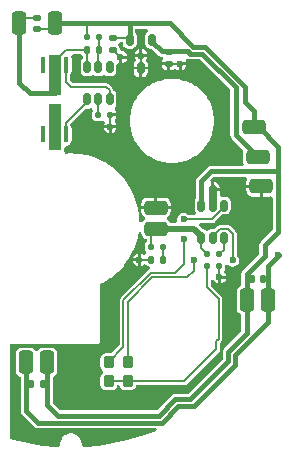
<source format=gtl>
G04*
G04 #@! TF.GenerationSoftware,Altium Limited,Altium Designer,20.0.13 (296)*
G04*
G04 Layer_Physical_Order=1*
G04 Layer_Color=255*
%FSLAX25Y25*%
%MOIN*%
G70*
G01*
G75*
%ADD12C,0.00591*%
%ADD13C,0.00787*%
G04:AMPARAMS|DCode=14|XSize=21.65mil|YSize=21.65mil|CornerRadius=5.41mil|HoleSize=0mil|Usage=FLASHONLY|Rotation=180.000|XOffset=0mil|YOffset=0mil|HoleType=Round|Shape=RoundedRectangle|*
%AMROUNDEDRECTD14*
21,1,0.02165,0.01083,0,0,180.0*
21,1,0.01083,0.02165,0,0,180.0*
1,1,0.01083,-0.00541,0.00541*
1,1,0.01083,0.00541,0.00541*
1,1,0.01083,0.00541,-0.00541*
1,1,0.01083,-0.00541,-0.00541*
%
%ADD14ROUNDEDRECTD14*%
G04:AMPARAMS|DCode=15|XSize=25.59mil|YSize=21.65mil|CornerRadius=5.41mil|HoleSize=0mil|Usage=FLASHONLY|Rotation=270.000|XOffset=0mil|YOffset=0mil|HoleType=Round|Shape=RoundedRectangle|*
%AMROUNDEDRECTD15*
21,1,0.02559,0.01083,0,0,270.0*
21,1,0.01476,0.02165,0,0,270.0*
1,1,0.01083,-0.00541,-0.00738*
1,1,0.01083,-0.00541,0.00738*
1,1,0.01083,0.00541,0.00738*
1,1,0.01083,0.00541,-0.00738*
%
%ADD15ROUNDEDRECTD15*%
G04:AMPARAMS|DCode=16|XSize=21.65mil|YSize=21.65mil|CornerRadius=5.41mil|HoleSize=0mil|Usage=FLASHONLY|Rotation=270.000|XOffset=0mil|YOffset=0mil|HoleType=Round|Shape=RoundedRectangle|*
%AMROUNDEDRECTD16*
21,1,0.02165,0.01083,0,0,270.0*
21,1,0.01083,0.02165,0,0,270.0*
1,1,0.01083,-0.00541,-0.00541*
1,1,0.01083,-0.00541,0.00541*
1,1,0.01083,0.00541,0.00541*
1,1,0.01083,0.00541,-0.00541*
%
%ADD16ROUNDEDRECTD16*%
G04:AMPARAMS|DCode=17|XSize=25.59mil|YSize=37.4mil|CornerRadius=6.4mil|HoleSize=0mil|Usage=FLASHONLY|Rotation=0.000|XOffset=0mil|YOffset=0mil|HoleType=Round|Shape=RoundedRectangle|*
%AMROUNDEDRECTD17*
21,1,0.02559,0.02461,0,0,0.0*
21,1,0.01280,0.03740,0,0,0.0*
1,1,0.01280,0.00640,-0.01230*
1,1,0.01280,-0.00640,-0.01230*
1,1,0.01280,-0.00640,0.01230*
1,1,0.01280,0.00640,0.01230*
%
%ADD17ROUNDEDRECTD17*%
G04:AMPARAMS|DCode=18|XSize=23.62mil|YSize=41.34mil|CornerRadius=5.91mil|HoleSize=0mil|Usage=FLASHONLY|Rotation=180.000|XOffset=0mil|YOffset=0mil|HoleType=Round|Shape=RoundedRectangle|*
%AMROUNDEDRECTD18*
21,1,0.02362,0.02953,0,0,180.0*
21,1,0.01181,0.04134,0,0,180.0*
1,1,0.01181,-0.00591,0.01476*
1,1,0.01181,0.00591,0.01476*
1,1,0.01181,0.00591,-0.01476*
1,1,0.01181,-0.00591,-0.01476*
%
%ADD18ROUNDEDRECTD18*%
G04:AMPARAMS|DCode=19|XSize=35.43mil|YSize=39.37mil|CornerRadius=8.86mil|HoleSize=0mil|Usage=FLASHONLY|Rotation=180.000|XOffset=0mil|YOffset=0mil|HoleType=Round|Shape=RoundedRectangle|*
%AMROUNDEDRECTD19*
21,1,0.03543,0.02165,0,0,180.0*
21,1,0.01772,0.03937,0,0,180.0*
1,1,0.01772,-0.00886,0.01083*
1,1,0.01772,0.00886,0.01083*
1,1,0.01772,0.00886,-0.01083*
1,1,0.01772,-0.00886,-0.01083*
%
%ADD19ROUNDEDRECTD19*%
G04:AMPARAMS|DCode=20|XSize=25.59mil|YSize=21.65mil|CornerRadius=5.41mil|HoleSize=0mil|Usage=FLASHONLY|Rotation=180.000|XOffset=0mil|YOffset=0mil|HoleType=Round|Shape=RoundedRectangle|*
%AMROUNDEDRECTD20*
21,1,0.02559,0.01083,0,0,180.0*
21,1,0.01476,0.02165,0,0,180.0*
1,1,0.01083,-0.00738,0.00541*
1,1,0.01083,0.00738,0.00541*
1,1,0.01083,0.00738,-0.00541*
1,1,0.01083,-0.00738,-0.00541*
%
%ADD20ROUNDEDRECTD20*%
%ADD21O,0.01575X0.05512*%
G04:AMPARAMS|DCode=22|XSize=25.59mil|YSize=39.37mil|CornerRadius=6.4mil|HoleSize=0mil|Usage=FLASHONLY|Rotation=0.000|XOffset=0mil|YOffset=0mil|HoleType=Round|Shape=RoundedRectangle|*
%AMROUNDEDRECTD22*
21,1,0.02559,0.02657,0,0,0.0*
21,1,0.01280,0.03937,0,0,0.0*
1,1,0.01280,0.00640,-0.01329*
1,1,0.01280,-0.00640,-0.01329*
1,1,0.01280,-0.00640,0.01329*
1,1,0.01280,0.00640,0.01329*
%
%ADD22ROUNDEDRECTD22*%
%ADD34C,0.01575*%
%ADD35C,0.02559*%
%ADD36C,0.01968*%
%ADD37R,0.04134X0.13583*%
%ADD38R,0.04134X0.15748*%
G04:AMPARAMS|DCode=39|XSize=78.74mil|YSize=47.24mil|CornerRadius=11.81mil|HoleSize=0mil|Usage=FLASHONLY|Rotation=180.000|XOffset=0mil|YOffset=0mil|HoleType=Round|Shape=RoundedRectangle|*
%AMROUNDEDRECTD39*
21,1,0.07874,0.02362,0,0,180.0*
21,1,0.05512,0.04724,0,0,180.0*
1,1,0.02362,-0.02756,0.01181*
1,1,0.02362,0.02756,0.01181*
1,1,0.02362,0.02756,-0.01181*
1,1,0.02362,-0.02756,-0.01181*
%
%ADD39ROUNDEDRECTD39*%
G04:AMPARAMS|DCode=40|XSize=78.74mil|YSize=47.24mil|CornerRadius=11.81mil|HoleSize=0mil|Usage=FLASHONLY|Rotation=90.000|XOffset=0mil|YOffset=0mil|HoleType=Round|Shape=RoundedRectangle|*
%AMROUNDEDRECTD40*
21,1,0.07874,0.02362,0,0,90.0*
21,1,0.05512,0.04724,0,0,90.0*
1,1,0.02362,0.01181,0.02756*
1,1,0.02362,0.01181,-0.02756*
1,1,0.02362,-0.01181,-0.02756*
1,1,0.02362,-0.01181,0.02756*
%
%ADD40ROUNDEDRECTD40*%
%ADD41C,0.02165*%
%ADD42C,0.02756*%
%ADD43C,0.02362*%
G36*
X25742Y63605D02*
X25735Y63548D01*
X25256Y63228D01*
X24897Y62691D01*
X24771Y62057D01*
Y59400D01*
X24897Y58766D01*
X25256Y58229D01*
X25793Y57870D01*
X26427Y57744D01*
X26808D01*
X28939Y55612D01*
X29525Y55221D01*
X30217Y55083D01*
X30596D01*
X30839Y54631D01*
Y54299D01*
X30502Y53794D01*
X30384Y53199D01*
Y53150D01*
X32677D01*
Y52658D01*
X33169D01*
Y50561D01*
X33415D01*
X34011Y50679D01*
X34133Y50761D01*
X34856Y51096D01*
X35572Y50618D01*
X35925Y50548D01*
Y52658D01*
X36417D01*
Y53150D01*
X38527D01*
X38457Y53502D01*
X38334Y53686D01*
X38323Y53736D01*
X38682Y54584D01*
X38778Y54601D01*
X39177Y54335D01*
X39868Y54198D01*
X43057D01*
X53115Y44140D01*
Y28937D01*
X53252Y28246D01*
X53644Y27660D01*
X57495Y23808D01*
X57409Y23679D01*
X57241Y22835D01*
Y20472D01*
X57409Y19628D01*
X57545Y19424D01*
X57124Y18637D01*
X46752D01*
X46061Y18500D01*
X45475Y18108D01*
X42227Y14860D01*
X41835Y14274D01*
X41698Y13583D01*
Y7817D01*
X41693Y7815D01*
X41334Y7277D01*
X41208Y6644D01*
Y4183D01*
X41334Y3549D01*
X41693Y3012D01*
X41745Y2978D01*
X41506Y2190D01*
X39331D01*
X39160Y2447D01*
X38443Y2926D01*
X37598Y3094D01*
X36754Y2926D01*
X36037Y2447D01*
X35559Y1731D01*
X35391Y886D01*
X35481Y432D01*
X34949Y-355D01*
X33146D01*
X33142Y-336D01*
X32664Y380D01*
X32119Y744D01*
X32059Y1011D01*
Y1351D01*
X32119Y1619D01*
X32664Y1982D01*
X33142Y2698D01*
X33310Y3543D01*
Y4232D01*
X28346D01*
X23383D01*
Y3543D01*
X23551Y2698D01*
X24029Y1982D01*
X24574Y1619D01*
X24634Y1351D01*
Y1011D01*
X24574Y744D01*
X24029Y380D01*
X23637Y-208D01*
X23075Y-169D01*
X22842Y-87D01*
X22707Y2600D01*
X22687Y2679D01*
X22688Y2761D01*
X22154Y5619D01*
X22123Y5695D01*
X22113Y5776D01*
X21201Y8537D01*
X21161Y8608D01*
X21140Y8687D01*
X19866Y11301D01*
X19816Y11366D01*
X19785Y11441D01*
X18172Y13861D01*
X18115Y13919D01*
X18074Y13989D01*
X16151Y16171D01*
X16086Y16220D01*
X16036Y16285D01*
X13838Y18189D01*
X13768Y18230D01*
X13710Y18287D01*
X11276Y19880D01*
X11201Y19910D01*
X11135Y19959D01*
X8511Y21211D01*
X8432Y21231D01*
X8360Y21271D01*
X5592Y22161D01*
X5511Y22170D01*
X5435Y22200D01*
X2572Y22710D01*
X2490Y22708D01*
X2411Y22728D01*
X-494Y22850D01*
X-575Y22837D01*
X-656Y22846D01*
X-1701Y22749D01*
X-1871Y22884D01*
X-2271Y23487D01*
X-2245Y23622D01*
Y24709D01*
X-1476Y25359D01*
X-785Y25497D01*
X-199Y25888D01*
X192Y26474D01*
X330Y27165D01*
Y31102D01*
X192Y31794D01*
X-172Y32339D01*
Y32531D01*
X5062Y37764D01*
X6004D01*
X6618Y37887D01*
X6733Y37963D01*
X7004Y37819D01*
X7016Y37806D01*
X7225Y36841D01*
X7175Y36766D01*
X7057Y36171D01*
Y35089D01*
X7175Y34493D01*
X7512Y33989D01*
X8017Y33652D01*
X8612Y33533D01*
X9695D01*
X10290Y33652D01*
X10554Y33828D01*
X11165Y33624D01*
X11371Y33018D01*
X11051Y32538D01*
X10981Y32185D01*
X15200D01*
X15130Y32538D01*
X14652Y33254D01*
X14677Y33488D01*
X14797Y34087D01*
X15069Y34493D01*
X15187Y35089D01*
Y35138D01*
X13091D01*
Y36122D01*
X15187D01*
Y36171D01*
X15069Y36766D01*
X14732Y37271D01*
X14663Y37317D01*
X14620Y38235D01*
X14968Y38756D01*
X15090Y39370D01*
Y42323D01*
X14968Y42937D01*
X14620Y43458D01*
X14198Y43740D01*
Y43799D01*
X14099Y44298D01*
X13816Y44722D01*
X12733Y45804D01*
X12310Y46087D01*
X11811Y46187D01*
X639D01*
X-172Y46997D01*
Y49157D01*
X192Y49702D01*
X330Y50394D01*
Y54331D01*
X192Y55022D01*
X146Y55091D01*
X567Y55879D01*
X3384D01*
X3674Y55445D01*
X3959Y55255D01*
Y54466D01*
X3687Y54285D01*
X3339Y53764D01*
X3217Y53150D01*
Y50197D01*
X3339Y49582D01*
X3687Y49062D01*
X4208Y48713D01*
X4823Y48591D01*
X6004D01*
X6618Y48713D01*
X7139Y49062D01*
X7428D01*
X7948Y48713D01*
X8563Y48591D01*
X9744D01*
X10358Y48713D01*
X10879Y49062D01*
X11168D01*
X11689Y48713D01*
X12303Y48591D01*
X13484D01*
X14099Y48713D01*
X14620Y49062D01*
X14968Y49582D01*
X15090Y50197D01*
Y52336D01*
X15293Y52521D01*
X15877Y52844D01*
X16043Y52811D01*
Y54921D01*
X16535D01*
Y55413D01*
X18645D01*
X18575Y55766D01*
X18097Y56482D01*
X17380Y56961D01*
X16535Y57129D01*
X16260Y57877D01*
X16152Y58420D01*
X15814Y58925D01*
Y59093D01*
X16504Y59816D01*
X17291D01*
Y59400D01*
X17417Y58766D01*
X17776Y58229D01*
X18313Y57870D01*
X18947Y57744D01*
X20226D01*
X20860Y57870D01*
X21397Y58229D01*
X21756Y58766D01*
X21882Y59400D01*
Y62057D01*
X21756Y62691D01*
X21397Y63228D01*
X21393Y63231D01*
Y64335D01*
X25261D01*
X25742Y63605D01*
D02*
G37*
G36*
X58857Y14237D02*
X58590Y13837D01*
X58422Y12992D01*
Y12303D01*
X63386D01*
Y11811D01*
X63878D01*
Y8422D01*
X66142D01*
X66599Y8513D01*
X67387Y7982D01*
Y-2500D01*
X63290Y-6597D01*
X62898Y-7183D01*
X62761Y-7874D01*
Y-10669D01*
X57384Y-16046D01*
X56993Y-16632D01*
X56855Y-17323D01*
Y-21145D01*
X56635Y-21189D01*
X55919Y-21667D01*
X55441Y-22384D01*
X55273Y-23228D01*
Y-28740D01*
X55441Y-29585D01*
X55919Y-30301D01*
X56635Y-30780D01*
X56855Y-30824D01*
Y-36462D01*
X51085Y-42232D01*
X50693Y-42818D01*
X50556Y-43510D01*
Y-45709D01*
X39016Y-57249D01*
X34848D01*
X34157Y-57386D01*
X33571Y-57778D01*
X28588Y-62761D01*
X-3582D01*
X-6068Y-60275D01*
Y-51690D01*
X-5848Y-51646D01*
X-5132Y-51167D01*
X-4653Y-50451D01*
X-4485Y-49606D01*
Y-44094D01*
X-4653Y-43250D01*
X-5132Y-42533D01*
X-5848Y-42055D01*
X-6693Y-41887D01*
X-9055D01*
X-9900Y-42055D01*
X-10616Y-42533D01*
X-10980Y-43077D01*
X-11247Y-43138D01*
X-11588D01*
X-11855Y-43077D01*
X-12218Y-42533D01*
X-12935Y-42055D01*
X-13780Y-41887D01*
X-16142D01*
X-16987Y-42055D01*
X-17703Y-42533D01*
X-18181Y-43250D01*
X-18350Y-44094D01*
Y-49606D01*
X-18181Y-50451D01*
X-17703Y-51167D01*
X-16987Y-51646D01*
X-16767Y-51690D01*
Y-62992D01*
X-16630Y-63683D01*
X-16238Y-64269D01*
X-12301Y-68206D01*
X-11715Y-68598D01*
X-11024Y-68735D01*
X28462D01*
X28625Y-69523D01*
X27669Y-69937D01*
X23220Y-71537D01*
X18679Y-72854D01*
X14065Y-73884D01*
X9395Y-74622D01*
X4688Y-75065D01*
X4132Y-75082D01*
X3566Y-74534D01*
Y-74016D01*
X3555Y-73957D01*
X3561Y-73898D01*
X3515Y-73437D01*
X3464Y-73268D01*
X3429Y-73094D01*
X3077Y-72243D01*
X2816Y-71852D01*
X2164Y-71200D01*
X1773Y-70939D01*
X922Y-70586D01*
X461Y-70495D01*
X-461D01*
X-922Y-70586D01*
X-1773Y-70939D01*
X-2164Y-71200D01*
X-2816Y-71852D01*
X-3077Y-72243D01*
X-3429Y-73094D01*
X-3464Y-73268D01*
X-3515Y-73437D01*
X-3561Y-73898D01*
X-3555Y-73957D01*
X-3566Y-74016D01*
Y-74534D01*
X-4132Y-75082D01*
X-4735Y-75063D01*
X-9536Y-74606D01*
X-14297Y-73841D01*
X-19000Y-72773D01*
X-20449Y-72344D01*
X-20449Y-40735D01*
X8661D01*
X9122Y-40643D01*
X9513Y-40382D01*
X9774Y-39992D01*
X9866Y-39531D01*
Y-20606D01*
X10493Y-20306D01*
X10542Y-20270D01*
X10600Y-20249D01*
X13085Y-18739D01*
X13145Y-18684D01*
X13217Y-18646D01*
X15478Y-16816D01*
X15530Y-16754D01*
X15597Y-16706D01*
X17592Y-14591D01*
X17635Y-14522D01*
X17695Y-14466D01*
X19388Y-12102D01*
X19422Y-12027D01*
X19473Y-11964D01*
X20835Y-9395D01*
X20858Y-9317D01*
X20901Y-9247D01*
X21906Y-6518D01*
X21919Y-6437D01*
X21952Y-6363D01*
X22582Y-3524D01*
X22595Y-3523D01*
X23383Y-3543D01*
X23551Y-4388D01*
X24029Y-5104D01*
X24746Y-5583D01*
X25367Y-5706D01*
Y-6469D01*
X25130Y-6627D01*
X24793Y-7131D01*
X24675Y-7726D01*
Y-8809D01*
X24793Y-9404D01*
X25130Y-9909D01*
Y-10706D01*
X25107Y-10769D01*
X24396Y-11037D01*
X23679Y-10559D01*
X23327Y-10488D01*
Y-12598D01*
Y-14708D01*
X23679Y-14638D01*
X24396Y-14160D01*
X25121Y-14433D01*
X25149Y-14449D01*
X25635Y-14774D01*
X26230Y-14892D01*
X26438D01*
X26515Y-15679D01*
X26292Y-15724D01*
X25869Y-16007D01*
X16597Y-25278D01*
X16314Y-25702D01*
X16215Y-26201D01*
Y-41192D01*
X13536Y-43871D01*
X13484Y-43861D01*
X11713D01*
X10983Y-44006D01*
X10364Y-44420D01*
X9951Y-45038D01*
X9806Y-45768D01*
Y-47933D01*
X9951Y-48663D01*
X10364Y-49281D01*
X10785Y-49562D01*
X10832Y-49738D01*
Y-50262D01*
X10785Y-50437D01*
X10364Y-50719D01*
X9951Y-51337D01*
X9806Y-52067D01*
Y-54232D01*
X9951Y-54962D01*
X10364Y-55581D01*
X10983Y-55994D01*
X11713Y-56139D01*
X13484D01*
X14214Y-55994D01*
X14832Y-55581D01*
X15246Y-54962D01*
X15347Y-54454D01*
X16149D01*
X16250Y-54962D01*
X16664Y-55581D01*
X17282Y-55994D01*
X18012Y-56139D01*
X19783D01*
X20513Y-55994D01*
X21132Y-55581D01*
X21545Y-54962D01*
X21646Y-54454D01*
X37795D01*
X38295Y-54355D01*
X38718Y-54072D01*
X49348Y-43442D01*
X49630Y-43019D01*
X49730Y-42520D01*
Y-40304D01*
X50135Y-39899D01*
X50418Y-39476D01*
X50517Y-38976D01*
Y-25591D01*
X50418Y-25091D01*
X50135Y-24668D01*
X46777Y-21310D01*
Y-19525D01*
X46857Y-19493D01*
X47564Y-19395D01*
X47947Y-19967D01*
X48663Y-20445D01*
X49016Y-20515D01*
Y-18406D01*
X49508D01*
Y-17913D01*
X51618D01*
X51548Y-17561D01*
X51069Y-16844D01*
X51291Y-16046D01*
X51388Y-15900D01*
X51506Y-15305D01*
Y-14472D01*
X52294Y-14233D01*
X52376Y-14356D01*
X53092Y-14835D01*
X53937Y-15003D01*
X54782Y-14835D01*
X55498Y-14356D01*
X55977Y-13640D01*
X56145Y-12795D01*
X55977Y-11950D01*
X55498Y-11234D01*
X55242Y-11063D01*
Y-3937D01*
X55142Y-3438D01*
X54860Y-3015D01*
X53383Y-1538D01*
X52960Y-1255D01*
X52461Y-1156D01*
X49606D01*
X49107Y-1255D01*
X48684Y-1538D01*
X47695Y-2527D01*
X46604D01*
X45971Y-2653D01*
X45434Y-3012D01*
X45315D01*
X44777Y-2653D01*
X44144Y-2527D01*
X44047D01*
X42726Y-1206D01*
X43052Y-419D01*
X47047D01*
X47546Y-319D01*
X47970Y-37D01*
X50534Y2527D01*
X51624D01*
X52258Y2653D01*
X52795Y3012D01*
X53154Y3549D01*
X53280Y4183D01*
Y6644D01*
X53154Y7277D01*
X52795Y7815D01*
X52258Y8174D01*
X51624Y8299D01*
X50345D01*
X50340Y8299D01*
X49552Y8942D01*
Y10421D01*
X49555Y10433D01*
X47244D01*
Y10925D01*
X46752D01*
Y13425D01*
X46455Y13980D01*
X47500Y15024D01*
X58464D01*
X58857Y14237D01*
D02*
G37*
%LPC*%
G36*
X23819Y57523D02*
Y55905D01*
X25437D01*
X25367Y56258D01*
X24888Y56975D01*
X24172Y57453D01*
X23819Y57523D01*
D02*
G37*
G36*
X22835D02*
X22482Y57453D01*
X21766Y56975D01*
X21287Y56258D01*
X21217Y55905D01*
X22835D01*
Y57523D01*
D02*
G37*
G36*
X18645Y54429D02*
X17028D01*
Y52811D01*
X17380Y52882D01*
X18097Y53360D01*
X18575Y54076D01*
X18645Y54429D01*
D02*
G37*
G36*
X25437Y54921D02*
X21217D01*
X21287Y54568D01*
X21722Y53917D01*
X21516Y53779D01*
X21157Y53242D01*
X21031Y52608D01*
Y51772D01*
X25622D01*
Y52608D01*
X25496Y53242D01*
X25137Y53779D01*
X24931Y53917D01*
X25367Y54568D01*
X25437Y54921D01*
D02*
G37*
G36*
X32185Y52165D02*
X30384D01*
Y52116D01*
X30502Y51521D01*
X30839Y51016D01*
X31344Y50679D01*
X31939Y50561D01*
X32185D01*
Y52165D01*
D02*
G37*
G36*
X38527Y52165D02*
X36909D01*
Y50548D01*
X37262Y50618D01*
X37978Y51096D01*
X38457Y51813D01*
X38527Y52165D01*
D02*
G37*
G36*
X25622Y50787D02*
X23819D01*
Y48295D01*
X23967D01*
X24600Y48421D01*
X25137Y48780D01*
X25496Y49317D01*
X25622Y49951D01*
Y50787D01*
D02*
G37*
G36*
X22835D02*
X21031D01*
Y49951D01*
X21157Y49317D01*
X21516Y48780D01*
X22053Y48421D01*
X22687Y48295D01*
X22835D01*
Y50787D01*
D02*
G37*
G36*
X34524Y47684D02*
X32846D01*
X32768Y47669D01*
X32689Y47674D01*
X31026Y47455D01*
X30951Y47430D01*
X30872Y47425D01*
X29252Y46990D01*
X29180Y46955D01*
X29102Y46940D01*
X27553Y46298D01*
X27487Y46254D01*
X27411Y46228D01*
X25959Y45390D01*
X25899Y45337D01*
X25828Y45302D01*
X24497Y44281D01*
X24445Y44221D01*
X24379Y44177D01*
X23193Y42991D01*
X23149Y42925D01*
X23089Y42873D01*
X22068Y41542D01*
X22033Y41471D01*
X21980Y41411D01*
X21142Y39959D01*
X21116Y39883D01*
X21072Y39817D01*
X20430Y38268D01*
X20415Y38190D01*
X20380Y38118D01*
X19945Y36498D01*
X19940Y36419D01*
X19915Y36344D01*
X19696Y34681D01*
X19701Y34602D01*
X19685Y34524D01*
Y32846D01*
X19701Y32768D01*
X19696Y32689D01*
X19915Y31026D01*
X19940Y30951D01*
X19945Y30872D01*
X20380Y29252D01*
X20415Y29180D01*
X20430Y29102D01*
X21072Y27553D01*
X21116Y27487D01*
X21142Y27411D01*
X21980Y25959D01*
X22033Y25899D01*
X22068Y25828D01*
X23089Y24497D01*
X23149Y24445D01*
X23193Y24379D01*
X24379Y23193D01*
X24445Y23149D01*
X24497Y23089D01*
X25828Y22068D01*
X25899Y22033D01*
X25959Y21980D01*
X27411Y21142D01*
X27487Y21116D01*
X27553Y21072D01*
X29102Y20430D01*
X29180Y20415D01*
X29252Y20380D01*
X30872Y19945D01*
X30951Y19940D01*
X31026Y19915D01*
X32689Y19696D01*
X32768Y19701D01*
X32846Y19685D01*
X34524D01*
X34602Y19701D01*
X34681Y19696D01*
X36344Y19915D01*
X36419Y19940D01*
X36498Y19945D01*
X38118Y20380D01*
X38190Y20415D01*
X38268Y20430D01*
X39817Y21072D01*
X39883Y21116D01*
X39959Y21142D01*
X41411Y21980D01*
X41471Y22033D01*
X41542Y22068D01*
X42873Y23089D01*
X42925Y23149D01*
X42991Y23193D01*
X44177Y24379D01*
X44221Y24445D01*
X44281Y24497D01*
X45302Y25828D01*
X45337Y25899D01*
X45390Y25959D01*
X46228Y27411D01*
X46254Y27487D01*
X46298Y27553D01*
X46940Y29102D01*
X46955Y29180D01*
X46990Y29252D01*
X47425Y30872D01*
X47430Y30951D01*
X47455Y31026D01*
X47674Y32689D01*
X47669Y32768D01*
X47684Y32846D01*
Y34524D01*
X47669Y34602D01*
X47674Y34681D01*
X47455Y36344D01*
X47430Y36419D01*
X47425Y36498D01*
X46990Y38118D01*
X46955Y38190D01*
X46940Y38268D01*
X46298Y39817D01*
X46254Y39883D01*
X46228Y39959D01*
X45390Y41411D01*
X45337Y41471D01*
X45302Y41542D01*
X44281Y42873D01*
X44221Y42925D01*
X44177Y42991D01*
X42991Y44177D01*
X42925Y44221D01*
X42873Y44281D01*
X41542Y45302D01*
X41471Y45337D01*
X41411Y45390D01*
X39959Y46228D01*
X39883Y46254D01*
X39817Y46298D01*
X38268Y46940D01*
X38190Y46955D01*
X38118Y46990D01*
X36498Y47425D01*
X36419Y47430D01*
X36344Y47455D01*
X34681Y47674D01*
X34602Y47669D01*
X34524Y47684D01*
D02*
G37*
G36*
X15200Y31201D02*
X13583D01*
Y29583D01*
X13935Y29653D01*
X14652Y30132D01*
X15130Y30848D01*
X15200Y31201D01*
D02*
G37*
G36*
X12598D02*
X10981D01*
X11051Y30848D01*
X11529Y30132D01*
X12246Y29653D01*
X12598Y29583D01*
Y31201D01*
D02*
G37*
G36*
X31102Y8113D02*
X28839D01*
Y5217D01*
X33310D01*
Y5906D01*
X33142Y6750D01*
X32664Y7467D01*
X31947Y7945D01*
X31102Y8113D01*
D02*
G37*
G36*
X27854D02*
X25591D01*
X24746Y7945D01*
X24029Y7467D01*
X23551Y6750D01*
X23383Y5906D01*
Y5217D01*
X27854D01*
Y8113D01*
D02*
G37*
G36*
X47736Y13236D02*
Y11417D01*
X49555D01*
X49469Y11847D01*
X48947Y12628D01*
X48166Y13150D01*
X47736Y13236D01*
D02*
G37*
G36*
X62894Y11319D02*
X58422D01*
Y10630D01*
X58590Y9785D01*
X59069Y9069D01*
X59785Y8590D01*
X60630Y8422D01*
X62894D01*
Y11319D01*
D02*
G37*
G36*
X22343Y-10488D02*
X21990Y-10559D01*
X21273Y-11037D01*
X20795Y-11754D01*
X20725Y-12106D01*
X22343D01*
Y-10488D01*
D02*
G37*
G36*
Y-13091D02*
X20725D01*
X20795Y-13443D01*
X21273Y-14160D01*
X21990Y-14638D01*
X22343Y-14708D01*
Y-13091D01*
D02*
G37*
G36*
X51618Y-18898D02*
X50000D01*
Y-20515D01*
X50353Y-20445D01*
X51069Y-19967D01*
X51548Y-19250D01*
X51618Y-18898D01*
D02*
G37*
%LPD*%
D12*
X50984Y4823D02*
Y5413D01*
X47047Y886D02*
X50984Y4823D01*
X37598Y886D02*
X47047D01*
X37598Y-13996D02*
Y-5610D01*
X34666Y-16929D02*
X37598Y-13996D01*
X40945Y-16339D02*
Y-12795D01*
X38780Y-18504D02*
X40945Y-16339D01*
X27165Y-18504D02*
X38780D01*
X53937Y-12795D02*
Y-3937D01*
X52461Y-2461D02*
X53937Y-3937D01*
X49606Y-2461D02*
X52461D01*
X47244Y-4823D02*
X49606Y-2461D01*
X47244Y-5413D02*
Y-4823D01*
X26791Y-16929D02*
X34666D01*
X17520Y-26201D02*
X26791Y-16929D01*
X18898Y-26772D02*
X27165Y-18504D01*
X18898Y-46850D02*
Y-26772D01*
X12598Y-46850D02*
Y-46654D01*
X17520Y-41732D01*
Y-26201D01*
X18898Y-53150D02*
X37795D01*
X12598D02*
X18898D01*
X48425Y-42520D02*
Y-39764D01*
X37795Y-53150D02*
X48425Y-42520D01*
Y-39764D02*
X49213Y-38976D01*
Y-25591D01*
X45472Y-21850D02*
Y-14764D01*
Y-21850D02*
X49213Y-25591D01*
X49409Y-14764D02*
X49459Y-14813D01*
Y-18356D02*
Y-14813D01*
Y-18356D02*
X49508Y-18406D01*
X43504Y-8858D02*
Y-5413D01*
Y-8858D02*
X45472Y-10827D01*
X50984Y-9252D02*
Y-5413D01*
X49409Y-10827D02*
X50984Y-9252D01*
X-11319Y64173D02*
X-7382D01*
X-5413Y66142D01*
X13091Y31693D02*
Y35630D01*
X9154D02*
Y40846D01*
X-1476Y46457D02*
Y52362D01*
X98Y44882D02*
X11811D01*
X-1476Y46457D02*
X98Y44882D01*
X11811D02*
X12894Y43799D01*
Y40846D02*
Y43799D01*
X5413Y39961D02*
Y40846D01*
X-1476Y33071D02*
X5413Y39961D01*
X-1476Y29134D02*
Y33071D01*
D13*
X22835Y-12598D02*
X26772D01*
X30709D02*
Y-8268D01*
X26772D02*
Y-3937D01*
X28346Y-2362D01*
X64567Y-24803D02*
X65748Y-25984D01*
X23327Y51279D02*
Y55413D01*
X32677Y52658D02*
X36417D01*
X32677Y52658D02*
X32677Y52658D01*
X13976Y57284D02*
X14173D01*
X16535Y54921D01*
X16535D01*
X-5118Y53347D02*
Y53839D01*
X-1673Y57284D02*
X5315D01*
X-5118Y53839D02*
X-1673Y57284D01*
X5315Y61614D02*
Y66142D01*
X13976Y61221D02*
X19094D01*
X19587Y60728D01*
X9252Y57284D02*
Y61614D01*
X-15316Y68110D02*
X-11319D01*
X-17224Y66202D02*
X-15316Y68110D01*
X-17224Y66142D02*
Y66202D01*
X5315Y57284D02*
Y57382D01*
Y57284D02*
X5364Y57234D01*
Y51722D02*
Y57234D01*
X9203D02*
X9252Y57284D01*
X9203Y51722D02*
Y57234D01*
X9154Y51673D02*
X9203Y51722D01*
X5364Y51722D02*
X5413Y51673D01*
D14*
X45472Y-10827D02*
D03*
Y-14764D02*
D03*
X49409Y-14764D02*
D03*
Y-10827D02*
D03*
D15*
X30709Y-12598D02*
D03*
X26772D02*
D03*
X9252Y57284D02*
D03*
X5315D02*
D03*
X-9449Y-53937D02*
D03*
X-13386D02*
D03*
X60236Y-18898D02*
D03*
X64173Y-18898D02*
D03*
D16*
X26772Y-8268D02*
D03*
X30709D02*
D03*
X5315Y61614D02*
D03*
X9252D02*
D03*
X9154Y35630D02*
D03*
X13091D02*
D03*
D17*
X50984Y5413D02*
D03*
X47244D02*
D03*
X43504D02*
D03*
Y-5413D02*
D03*
X47244D02*
D03*
X50984D02*
D03*
D18*
X5413Y40846D02*
D03*
X9154D02*
D03*
X12894D02*
D03*
Y51673D02*
D03*
X9154D02*
D03*
X5413D02*
D03*
D19*
X12598Y-46850D02*
D03*
Y-53150D02*
D03*
X18898Y-46850D02*
D03*
Y-53150D02*
D03*
D20*
X-11319Y64173D02*
D03*
Y68110D02*
D03*
X32677Y56595D02*
D03*
Y52658D02*
D03*
X13976Y61221D02*
D03*
Y57284D02*
D03*
D21*
X-1476Y52362D02*
D03*
X-4035D02*
D03*
X-6594D02*
D03*
X-9154D02*
D03*
X-1476Y29134D02*
D03*
X-4035D02*
D03*
X-6594D02*
D03*
X-9154D02*
D03*
D22*
X23327Y51279D02*
D03*
X19587Y60728D02*
D03*
X27067D02*
D03*
D34*
X43504Y5413D02*
Y13583D01*
X46752Y16831D02*
X69193D01*
X43504Y13583D02*
X46752Y16831D01*
X69193D02*
Y24902D01*
Y-3248D02*
Y16831D01*
X-4331Y-64567D02*
X29337D01*
X-7874Y-61024D02*
Y-46850D01*
Y-61024D02*
X-4331Y-64567D01*
X58661Y-25984D02*
Y-17323D01*
X30315Y-66929D02*
X35827Y-61417D01*
X-11024Y-66929D02*
X30315D01*
X-14961Y-62992D02*
X-11024Y-66929D01*
X29337Y-64567D02*
X34848Y-59055D01*
X40945Y-61417D02*
X54724Y-47638D01*
X35827Y-61417D02*
X40945D01*
X39764Y-59055D02*
X52362Y-46457D01*
X34848Y-59055D02*
X39764D01*
X52362Y-46457D02*
Y-43510D01*
X54724Y-44488D02*
X65748Y-33465D01*
X54724Y-47638D02*
Y-44488D01*
X65748Y-33465D02*
Y-25984D01*
X58661Y-37211D02*
Y-25984D01*
X52362Y-43510D02*
X58661Y-37211D01*
X65748Y-25984D02*
Y-14567D01*
X-14961Y-62992D02*
Y-46850D01*
X65748Y-14567D02*
X69291Y-11024D01*
X64567Y-11417D02*
Y-7874D01*
X58661Y-17323D02*
X64567Y-11417D01*
Y-7874D02*
X69193Y-3248D01*
X54921Y28937D02*
X62205Y21654D01*
X43805Y56004D02*
X54921Y44888D01*
X39868Y56004D02*
X43805D01*
X54921Y28937D02*
Y44888D01*
X58071Y39961D02*
Y45079D01*
X44783Y58366D02*
X58071Y45079D01*
Y39961D02*
X61024Y37008D01*
Y31496D02*
X62598D01*
X69193Y24902D01*
X61024Y31496D02*
Y37008D01*
X32972Y56890D02*
X38982D01*
X39868Y56004D01*
X19685Y66142D02*
X33071D01*
X40846Y58366D02*
X44783D01*
X33071Y66142D02*
X40846Y58366D01*
X32677Y56595D02*
X32972Y56890D01*
X27067Y60039D02*
Y60728D01*
Y60039D02*
X30217Y56890D01*
X32382D01*
X32677Y56595D01*
X5315Y66142D02*
X19685D01*
X-5413D02*
X5315D01*
X19587Y60728D02*
Y66043D01*
X19685Y66142D01*
X-13780Y42913D02*
X-5217D01*
X-17224Y46358D02*
X-13780Y42913D01*
X-17224Y46358D02*
Y66142D01*
D35*
X47244Y5413D02*
Y10925D01*
D36*
X28346Y-2362D02*
X41043D01*
X43504Y-4823D01*
Y-5413D02*
Y-4823D01*
D37*
X-5315Y48917D02*
D03*
D38*
Y31496D02*
D03*
D39*
X28346Y4724D02*
D03*
Y-2362D02*
D03*
X61024Y31496D02*
D03*
X62205Y21654D02*
D03*
X63386Y11811D02*
D03*
D40*
X58661Y-25984D02*
D03*
X-7874Y-46850D02*
D03*
X-17224Y66142D02*
D03*
X-14961Y-46850D02*
D03*
X65748Y-25984D02*
D03*
X-5413Y66142D02*
D03*
D41*
X65772Y5315D02*
D03*
X64197Y2166D02*
D03*
X65772Y-984D02*
D03*
X62622Y5315D02*
D03*
X61048Y2166D02*
D03*
X62622Y-984D02*
D03*
X61048Y-4134D02*
D03*
Y-10433D02*
D03*
X59473Y5315D02*
D03*
X57898Y2166D02*
D03*
X59473Y-984D02*
D03*
X57898Y-4134D02*
D03*
X59473Y-7283D02*
D03*
X57898Y-10433D02*
D03*
X54748Y21063D02*
D03*
X56323Y11614D02*
D03*
X54748Y8465D02*
D03*
X56323Y5315D02*
D03*
X54748Y2166D02*
D03*
X56323Y-984D02*
D03*
X54748Y-16732D02*
D03*
Y-35630D02*
D03*
X51599Y27363D02*
D03*
X53174Y24213D02*
D03*
X51599Y21063D02*
D03*
X53174Y11614D02*
D03*
X51599Y-23031D02*
D03*
X53174Y-26181D02*
D03*
Y-32480D02*
D03*
X48449Y46260D02*
D03*
X50024Y43111D02*
D03*
X48449Y39961D02*
D03*
X50024Y36811D02*
D03*
Y30512D02*
D03*
X48449Y27363D02*
D03*
X50024Y24213D02*
D03*
X48449Y21063D02*
D03*
X45300Y46260D02*
D03*
X46874Y43111D02*
D03*
Y24213D02*
D03*
X45300Y21063D02*
D03*
X42150Y52559D02*
D03*
X43725Y49410D02*
D03*
X42150Y46260D02*
D03*
Y21063D02*
D03*
X40575Y49410D02*
D03*
Y17914D02*
D03*
X39000Y14764D02*
D03*
X40575Y11614D02*
D03*
X39000Y8465D02*
D03*
X37426Y17914D02*
D03*
X35851Y14764D02*
D03*
X37426Y11614D02*
D03*
X35851Y8465D02*
D03*
X37426Y5315D02*
D03*
X34276Y17914D02*
D03*
X32701Y14764D02*
D03*
X34276Y11614D02*
D03*
X31126Y17914D02*
D03*
X29552Y14764D02*
D03*
X31126Y11614D02*
D03*
Y-57677D02*
D03*
X27977Y49410D02*
D03*
Y17914D02*
D03*
X26402Y14764D02*
D03*
X27977Y11614D02*
D03*
Y-57677D02*
D03*
X26402Y-60826D02*
D03*
X23252Y21063D02*
D03*
X24827Y17914D02*
D03*
X23252Y14764D02*
D03*
X24827Y11614D02*
D03*
Y-57677D02*
D03*
X23252Y-60826D02*
D03*
X20103Y46260D02*
D03*
X21678Y43111D02*
D03*
Y24213D02*
D03*
X20103Y21063D02*
D03*
X21678Y17914D02*
D03*
X20103Y14764D02*
D03*
X21678Y11614D02*
D03*
X20103Y-16732D02*
D03*
X21678Y-57677D02*
D03*
X20103Y-60826D02*
D03*
X21678Y-70275D02*
D03*
X18528Y49410D02*
D03*
X16953Y46260D02*
D03*
X18528Y43111D02*
D03*
X16953Y39961D02*
D03*
X18528Y36811D02*
D03*
X16953Y33662D02*
D03*
X18528Y30512D02*
D03*
X16953Y27363D02*
D03*
X18528Y24213D02*
D03*
X16953Y21063D02*
D03*
X18528Y17914D02*
D03*
Y-19882D02*
D03*
X16953Y-23031D02*
D03*
X18528Y-57677D02*
D03*
X16953Y-60826D02*
D03*
X18528Y-70275D02*
D03*
X13804Y27363D02*
D03*
X15378Y24213D02*
D03*
X13804Y21063D02*
D03*
X15378Y-19882D02*
D03*
X13804Y-23031D02*
D03*
Y-29330D02*
D03*
Y-35630D02*
D03*
Y-41929D02*
D03*
X15378Y-57677D02*
D03*
X13804Y-60826D02*
D03*
X15378Y-70275D02*
D03*
X10654Y27363D02*
D03*
X12229Y24213D02*
D03*
Y-26181D02*
D03*
Y-32480D02*
D03*
Y-38779D02*
D03*
X10654Y-41929D02*
D03*
X12229Y-57677D02*
D03*
X10654Y-60826D02*
D03*
X12229Y-70275D02*
D03*
X7504Y27363D02*
D03*
X9079Y24213D02*
D03*
X7504Y-41929D02*
D03*
Y-48228D02*
D03*
Y-54527D02*
D03*
X9079Y-57677D02*
D03*
X7504Y-60826D02*
D03*
X9079Y-70275D02*
D03*
X7504Y-73425D02*
D03*
X4355Y33662D02*
D03*
X5930Y30512D02*
D03*
X4355Y27363D02*
D03*
X5930Y24213D02*
D03*
X4355Y-41929D02*
D03*
X5930Y-45079D02*
D03*
X4355Y-48228D02*
D03*
X5930Y-51378D02*
D03*
X4355Y-54527D02*
D03*
X5930Y-57677D02*
D03*
X4355Y-60826D02*
D03*
X5930Y-70275D02*
D03*
X2780Y30512D02*
D03*
Y24213D02*
D03*
X1205Y-41929D02*
D03*
X2780Y-45079D02*
D03*
X1205Y-48228D02*
D03*
X2780Y-51378D02*
D03*
X1205Y-54527D02*
D03*
X2780Y-57677D02*
D03*
X1205Y-60826D02*
D03*
X2780Y-70275D02*
D03*
X-370Y24213D02*
D03*
X-1945Y-41929D02*
D03*
X-370Y-45079D02*
D03*
X-1945Y-48228D02*
D03*
X-370Y-51378D02*
D03*
X-1945Y-54527D02*
D03*
X-370Y-57677D02*
D03*
X-1945Y-60826D02*
D03*
X-3519Y-51378D02*
D03*
Y-57677D02*
D03*
Y-70275D02*
D03*
X-5094Y-73425D02*
D03*
X-6669Y-70275D02*
D03*
X-8244Y-73425D02*
D03*
X-9819Y-70275D02*
D03*
X-12968D02*
D03*
X-17693Y-67126D02*
D03*
X-16118Y-70275D02*
D03*
D42*
X47244Y10925D02*
D03*
D43*
X37598Y886D02*
D03*
Y-5610D02*
D03*
X40945Y-12795D02*
D03*
X53937D02*
D03*
X22835Y-12598D02*
D03*
X49508Y-18406D02*
D03*
X69193Y-11024D02*
D03*
X23327Y55413D02*
D03*
X36417Y52658D02*
D03*
X16535Y54921D02*
D03*
X-5315Y25197D02*
D03*
Y34646D02*
D03*
Y37795D02*
D03*
X13091Y31693D02*
D03*
M02*

</source>
